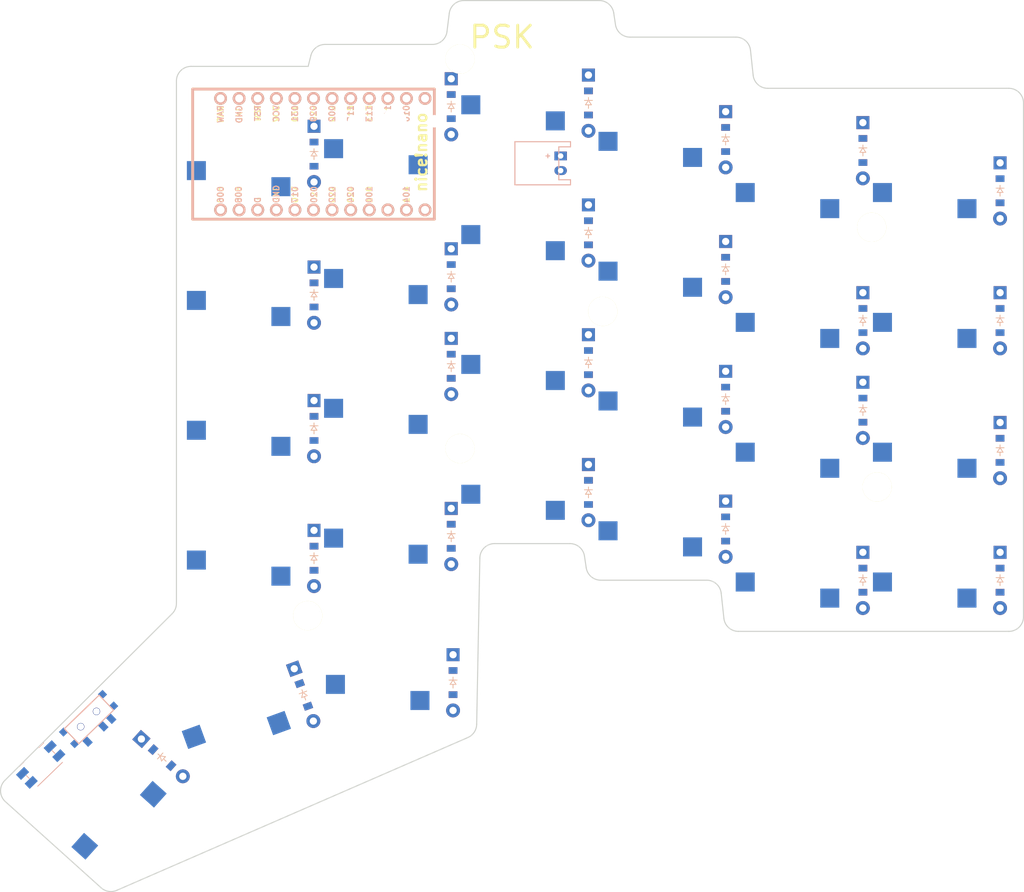
<source format=kicad_pcb>
(kicad_pcb (version 20240108) (generator "pcbnew") (generator_version "8.0")
  (title_block (title "right") (rev "v1.0.0") (company "Unknown"))
  (layers (0 "F.Cu" signal) (31 "B.Cu" signal) (34 "B.Paste" user) (35 "F.Paste" user) (36 "B.SilkS" user "B.Silkscreen") (37 "F.SilkS" user "F.Silkscreen") (38 "B.Mask" user) (39 "F.Mask" user) (44 "Edge.Cuts" user))
  (net 0 "")
  (net 1 "P020")
  (net 2 "mirror_first_mod")
  (net 3 "mirror_first_bottom")
  (net 4 "mirror_first_home")
  (net 5 "mirror_first_top")
  (net 6 "P022")
  (net 7 "mirror_second_mod")
  (net 8 "mirror_second_bottom")
  (net 9 "mirror_second_home")
  (net 10 "mirror_second_top")
  (net 11 "P024")
  (net 12 "mirror_third_mod")
  (net 13 "mirror_third_bottom")
  (net 14 "mirror_third_home")
  (net 15 "mirror_third_top")
  (net 16 "P100")
  (net 17 "mirror_fourth_mod")
  (net 18 "mirror_fourth_bottom")
  (net 19 "mirror_fourth_home")
  (net 20 "mirror_fourth_top")
  (net 21 "P011")
  (net 22 "mirror_fifth_mod")
  (net 23 "mirror_fifth_bottom")
  (net 24 "mirror_fifth_home")
  (net 25 "mirror_fifth_top")
  (net 26 "P017")
  (net 27 "mirror_sixth_mod")
  (net 28 "mirror_sixth_bottom")
  (net 29 "mirror_sixth_home")
  (net 30 "mirror_sixth_top")
  (net 31 "P010")
  (net 32 "mirror_near_thumb")
  (net 33 "P111")
  (net 34 "mirror_home_thumb")
  (net 35 "P009")
  (net 36 "mirror_far_thumb")
  (net 37 "P113")
  (net 38 "P115")
  (net 39 "P002")
  (net 40 "P029")
  (net 41 "RAW")
  (net 42 "GND")
  (net 43 "RST")
  (net 44 "VCC")
  (net 45 "P031")
  (net 46 "P006")
  (net 47 "P008")
  (net 48 "P104")
  (net 49 "P106")
  (net 50 "pos")
  (footprint "E73:SPDT_C128955" (layer "F.Cu") (at 270.743478 172.48592 44)
    (property "Reference" "T1" (hide yes))
    (property "Value" "" (hide yes))
    (pad "" smd rect (at -3.7 -1.1 44) (size 0.9 0.9) (layers "B.Cu" "B.Paste" "B.Mask"))
    (pad "" smd rect (at -3.7 1.1 44) (size 0.9 0.9) (layers "B.Cu" "B.Paste" "B.Mask"))
    (pad "" np_thru_hole circle (at -1.500001 0) (size 1 1) (drill 0.9) (layers "*.Cu" "*.Mask"))
    (pad "" np_thru_hole circle (at 1.500001 0) (size 1 1) (drill 0.9) (layers "*.Cu" "*.Mask"))
    (pad "" smd rect (at 3.7 -1.1 44) (size 0.9 0.9) (layers "B.Cu" "B.Paste" "B.Mask"))
    (pad "" smd rect (at 3.7 1.1 44) (size 0.9 0.9) (layers "B.Cu" "B.Paste" "B.Mask"))
    (pad "1" smd rect (at -2.249999 2.075 44) (size 0.9 1.25) (layers "B.Cu" "B.Paste" "B.Mask") (net 50 "pos"))
    (pad "2" smd rect (at 0.75 2.075 44) (size 0.9 1.25) (layers "B.Cu" "B.Paste" "B.Mask") (net 41 "RAW"))
    (pad "3" smd rect (at 2.25 2.075 44) (size 0.9 1.25) (layers "B.Cu" "B.Paste" "B.Mask"))
  )
  (footprint "ComboDiode" (layer "F.Cu") (at 301.55 132.75 -90)
    (property "Reference" "D17" (hide yes))
    (property "Value" "" (hide yes))
    (pad "1" thru_hole rect (at -3.81 0 270) (size 1.778 1.778) (drill 0.9906) (layers "*.Cu" "*.Mask") (net 38 "P115"))
    (pad "1" smd rect (at -1.65 0 270) (size 0.9 1.2) (layers "F.Cu" "F.Paste" "F.Mask") (net 38 "P115"))
    (pad "1" smd rect (at -1.65 0 270) (size 0.9 1.2) (layers "B.Cu" "B.Paste" "B.Mask") (net 38 "P115"))
    (pad "2" smd rect (at 1.65 0 270) (size 0.9 1.2) (layers "F.Cu" "F.Paste" "F.Mask") (net 28 "mirror_sixth_bottom"))
    (pad "2" smd rect (at 1.65 0 270) (size 0.9 1.2) (layers "B.Cu" "B.Paste" "B.Mask") (net 28 "mirror_sixth_bottom"))
    (pad "2" thru_hole circle (at 3.81 0 270) (size 1.905 1.905) (drill 0.9906) (layers "*.Cu" "*.Mask") (net 28 "mirror_sixth_bottom"))
  )
  (footprint "ComboDiode" (layer "F.Cu") (at 376.55 130.25 -90)
    (property "Reference" "D21" (hide yes))
    (property "Value" "" (hide yes))
    (pad "1" thru_hole rect (at -3.81 0 270) (size 1.778 1.778) (drill 0.9906) (layers "*.Cu" "*.Mask") (net 38 "P115"))
    (pad "1" smd rect (at -1.65 0 270) (size 0.9 1.2) (layers "F.Cu" "F.Paste" "F.Mask") (net 38 "P115"))
    (pad "1" smd rect (at -1.65 0 270) (size 0.9 1.2) (layers "B.Cu" "B.Paste" "B.Mask") (net 38 "P115"))
    (pad "2" smd rect (at 1.65 0 270) (size 0.9 1.2) (layers "F.Cu" "F.Paste" "F.Mask") (net 8 "mirror_second_bottom"))
    (pad "2" smd rect (at 1.65 0 270) (size 0.9 1.2) (layers "B.Cu" "B.Paste" "B.Mask") (net 8 "mirror_second_bottom"))
    (pad "2" thru_hole circle (at 3.81 0 270) (size 1.905 1.905) (drill 0.9906) (layers "*.Cu" "*.Mask") (net 8 "mirror_second_bottom"))
  )
  (footprint "ComboDiode" (layer "F.Cu") (at 339.05 123.75 -90)
    (property "Reference" "D12" (hide yes))
    (property "Value" "" (hide yes))
    (pad "1" thru_hole rect (at -3.81 0 270) (size 1.778 1.778) (drill 0.9906) (layers "*.Cu" "*.Mask") (net 38 "P115"))
    (pad "1" smd rect (at -1.65 0 270) (size 0.9 1.2) (layers "F.Cu" "F.Paste" "F.Mask") (net 38 "P115"))
    (pad "1" smd rect (at -1.65 0 270) (size 0.9 1.2) (layers "B.Cu" "B.Paste" "B.Mask") (net 38 "P115"))
    (pad "2" smd rect (at 1.65 0 270) (size 0.9 1.2) (layers "F.Cu" "F.Paste" "F.Mask") (net 18 "mirror_fourth_bottom"))
    (pad "2" smd rect (at 1.65 0 270) (size 0.9 1.2) (layers "B.Cu" "B.Paste" "B.Mask") (net 18 "mirror_fourth_bottom"))
    (pad "2" thru_hole circle (at 3.81 0 270) (size 1.905 1.905) (drill 0.9906) (layers "*.Cu" "*.Mask") (net 18 "mirror_fourth_bottom"))
  )
  (footprint "PG1350" (layer "F.Cu") (at 312.75 164 180)
    (property "Reference" "S25" (hide yes))
    (property "Value" "" (hide yes))
    (pad "" np_thru_hole circle (at -5.5 0) (size 1.7018 1.7018) (drill 1.7018) (layers "*.Cu" "*.Mask"))
    (pad "" np_thru_hole circle (at 0 -5.95) (size 3 3) (drill 3) (layers "*.Cu" "*.Mask"))
    (pad "" np_thru_hole circle (at 0 0) (size 3.429 3.429) (drill 3.429) (layers "*.Cu" "*.Mask"))
    (pad "" np_thru_hole circle (at 5 -3.75) (size 3 3) (drill 3) (layers "*.Cu" "*.Mask"))
    (pad "" np_thru_hole circle (at 5.5 0) (size 1.7018 1.7018) (drill 1.7018) (layers "*.Cu" "*.Mask"))
    (pad "1" smd rect (at -3.275 -5.95 180) (size 2.6 2.6) (layers "B.Cu" "B.Paste" "B.Mask") (net 31 "P010"))
    (pad "2" smd rect (at 8.275 -3.75 180) (size 2.6 2.6) (layers "B.Cu" "B.Paste" "B.Mask") (net 32 "mirror_near_thumb"))
  )
  (footprint "PG1350" (layer "F.Cu") (at 331.25 138 180)
    (property "Reference" "S13" (hide yes))
    (property "Value" "" (hide yes))
    (pad "" np_thru_hole circle (at -5.5 0) (size 1.7018 1.7018) (drill 1.7018) (layers "*.Cu" "*.Mask"))
    (pad "" np_thru_hole circle (at 0 -5.95) (size 3 3) (drill 3) (layers "*.Cu" "*.Mask"))
    (pad "" np_thru_hole circle (at 0 0) (size 3.429 3.429) (drill 3.429) (layers "*.Cu" "*.Mask"))
    (pad "" np_thru_hole circle (at 5 -3.75) (size 3 3) (drill 3) (layers "*.Cu" "*.Mask"))
    (pad "" np_thru_hole circle (at 5.5 0) (size 1.7018 1.7018) (drill 1.7018) (layers "*.Cu" "*.Mask"))
    (pad "1" smd rect (at -3.275 -5.95 180) (size 2.6 2.6) (layers "B.Cu" "B.Paste" "B.Mask") (net 16 "P100"))
    (pad "2" smd rect (at 8.275 -3.75 180) (size 2.6 2.6) (layers "B.Cu" "B.Paste" "B.Mask") (net 17 "mirror_fourth_mod"))
  )
  (footprint "PG1350" (layer "F.Cu") (at 331.25 102.5 180)
    (property "Reference" "S15" (hide yes))
    (property "Value" "" (hide yes))
    (pad "" np_thru_hole circle (at -5.5 0) (size 1.7018 1.7018) (drill 1.7018) (layers "*.Cu" "*.Mask"))
    (pad "" np_thru_hole circle (at 0 -5.95) (size 3 3) (drill 3) (layers "*.Cu" "*.Mask"))
    (pad "" np_thru_hole circle (at 0 0) (size 3.429 3.429) (drill 3.429) (layers "*.Cu" "*.Mask"))
    (pad "" np_thru_hole circle (at 5 -3.75) (size 3 3) (drill 3) (layers "*.Cu" "*.Mask"))
    (pad "" np_thru_hole circle (at 5.5 0) (size 1.7018 1.7018) (drill 1.7018) (layers "*.Cu" "*.Mask"))
    (pad "1" smd rect (at -3.275 -5.95 180) (size 2.6 2.6) (layers "B.Cu" "B.Paste" "B.Mask") (net 16 "P100"))
    (pad "2" smd rect (at 8.275 -3.75 180) (size 2.6 2.6) (layers "B.Cu" "B.Paste" "B.Mask") (net 19 "mirror_fourth_home"))
  )
  (footprint "ComboDiode" (layer "F.Cu") (at 339.05 141.5 -90)
    (property "Reference" "D11" (hide yes))
    (property "Value" "" (hide yes))
    (pad "1" thru_hole rect (at -3.81 0 270) (size 1.778 1.778) (drill 0.9906) (layers "*.Cu" "*.Mask") (net 37 "P113"))
    (pad "1" smd rect (at -1.65 0 270) (size 0.9 1.2) (layers "F.Cu" "F.Paste" "F.Mask") (net 37 "P113"))
    (pad "1" smd rect (at -1.65 0 270) (size 0.9 1.2) (layers "B.Cu" "B.Paste" "B.Mask") (net 37 "P113"))
    (pad "2" smd rect (at 1.65 0 270) (size 0.9 1.2) (layers "F.Cu" "F.Paste" "F.Mask") (net 17 "mirror_fourth_mod"))
    (pad "2" smd rect (at 1.65 0 270) (size 0.9 1.2) (layers "B.Cu" "B.Paste" "B.Mask") (net 17 "mirror_fourth_mod"))
    (pad "2" thru_hole circle (at 3.81 0 270) (size 1.905 1.905) (drill 0.9906) (layers "*.Cu" "*.Mask") (net 17 "mirror_fourth_mod"))
  )
  (footprint "PG1350" (layer "F.Cu") (at 387.5 114.5 180)
    (property "Reference" "S3" (hide yes))
    (property "Value" "" (hide yes))
    (pad "" np_thru_hole circle (at -5.5 0) (size 1.7018 1.7018) (drill 1.7018) (layers "*.Cu" "*.Mask"))
    (pad "" np_thru_hole circle (at 0 -5.95) (size 3 3) (drill 3) (layers "*.Cu" "*.Mask"))
    (pad "" np_thru_hole circle (at 0 0) (size 3.429 3.429) (drill 3.429) (layers "*.Cu" "*.Mask"))
    (pad "" np_thru_hole circle (at 5 -3.75) (size 3 3) (drill 3) (layers "*.Cu" "*.Mask"))
    (pad "" np_thru_hole circle (at 5.5 0) (size 1.7018 1.7018) (drill 1.7018) (layers "*.Cu" "*.Mask"))
    (pad "1" smd rect (at -3.275 -5.95 180) (size 2.6 2.6) (layers "B.Cu" "B.Paste" "B.Mask") (net 1 "P020"))
    (pad "2" smd rect (at 8.275 -3.75 180) (size 2.6 2.6) (layers "B.Cu" "B.Paste" "B.Mask") (net 4 "mirror_first_home"))
  )
  (footprint "PG1350" (layer "F.Cu") (at 368.75 150 180)
    (property "Reference" "S5" (hide yes))
    (property "Value" "" (hide yes))
    (pad "" np_thru_hole circle (at -5.5 0) (size 1.7018 1.7018) (drill 1.7018) (layers "*.Cu" "*.Mask"))
    (pad "" np_thru_hole circle (at 0 -5.95) (size 3 3) (drill 3) (layers "*.Cu" "*.Mask"))
    (pad "" np_thru_hole circle (at 0 0) (size 3.429 3.429) (drill 3.429) (layers "*.Cu" "*.Mask"))
    (pad "" np_thru_hole circle (at 5 -3.75) (size 3 3) (drill 3) (layers "*.Cu" "*.Mask"))
    (pad "" np_thru_hole circle (at 5.5 0) (size 1.7018 1.7018) (drill 1.7018) (layers "*.Cu" "*.Mask"))
    (pad "1" smd rect (at -3.275 -5.95 180) (size 2.6 2.6) (layers "B.Cu" "B.Paste" "B.Mask") (net 6 "P022"))
    (pad "2" smd rect (at 8.275 -3.75 180) (size 2.6 2.6) (layers "B.Cu" "B.Paste" "B.Mask") (net 7 "mirror_second_mod"))
  )
  (footprint "PG1350" (layer "F.Cu") (at 331.25 120.25 180)
    (property "Reference" "S14" (hide yes))
    (property "Value" "" (hide yes))
    (pad "" np_thru_hole circle (at -5.5 0) (size 1.7018 1.7018) (drill 1.7018) (layers "*.Cu" "*.Mask"))
    (pad "" np_thru_hole circle (at 0 -5.95) (size 3 3) (drill 3) (layers "*.Cu" "*.Mask"))
    (pad "" np_thru_hole circle (at 0 0) (size 3.429 3.429) (drill 3.429) (layers "*.Cu" "*.Mask"))
    (pad "" np_thru_hole circle (at 5 -3.75) (size 3 3) (drill 3) (layers "*.Cu" "*.Mask"))
    (pad "" np_thru_hole circle (at 5.5 0) (size 1.7018 1.7018) (drill 1.7018) (layers "*.Cu" "*.Mask"))
    (pad "1" smd rect (at -3.275 -5.95 180) (size 2.6 2.6) (layers "B.Cu" "B.Paste" "B.Mask") (net 16 "P100"))
    (pad "2" smd rect (at 8.275 -3.75 180) (size 2.6 2.6) (layers "B.Cu" "B.Paste" "B.Mask") (net 18 "mirror_fourth_bottom"))
  )
  (footprint "ComboDiode" (layer "F.Cu") (at 357.8 111 -90)
    (property "Reference" "D9" (hide yes))
    (property "Value" "" (hide yes))
    (pad "1" thru_hole rect (at -3.81 0 270) (size 1.778 1.778) (drill 0.9906) (layers "*.Cu" "*.Mask") (net 39 "P002"))
    (pad "1" smd rect (at -1.65 0 270) (size 0.9 1.2) (layers "F.Cu" "F.Paste" "F.Mask") (net 39 "P002"))
    (pad "1" smd rect (at -1.65 0 270) (size 0.9 1.2) (layers "B.Cu" "B.Paste" "B.Mask") (net 39 "P002"))
    (pad "2" smd rect (at 1.65 0 270) (size 0.9 1.2) (layers "F.Cu" "F.Paste" "F.Mask") (net 14 "mirror_third_home"))
    (pad "2" smd rect (at 1.65 0 270) (size 0.9 1.2) (layers "B.Cu" "B.Paste" "B.Mask") (net 14 "mirror_third_home"))
    (pad "2" thru_hole circle (at 3.81 0 270) (size 1.905 1.905) (drill 0.9906) (layers "*.Cu" "*.Mask") (net 14 "mirror_third_home"))
  )
  (footprint "HOLE_M2_TH" (layer "F.Cu") (at 321.5 82.25)
    (property "Reference" "" (at 0 0 0) (layer "F.SilkS") (effects (font (size 1.27 1.27))))
    (property "Value" "")
    (pad "" np_thru_hole circle (at 0 0 90) (size 4 4) (drill 4) (layers "*.Cu" "*.Mask" "F.SilkS") (clearance 0.3))
  )
  (footprint "PG1350" (layer "F.Cu") (at 291.63043 168.561503 -160)
    (property "Reference" "S26" (hide yes))
    (property "Value" "" (hide yes))
    (pad "" np_thru_hole circle (at -5.5 0) (size 1.7018 1.7018) (drill 1.7018) (layers "*.Cu" "*.Mask"))
    (pad "" np_thru_hole circle (at 0 -5.95) (size 3 3) (drill 3) (layers "*.Cu" "*.Mask"))
    (pad "" np_thru_hole circle (at 0 0) (size 3.429 3.429) (drill 3.429) (layers "*.Cu" "*.Mask"))
    (pad "" np_thru_hole circle (at 5 -3.75) (size 3 3) (drill 3) (layers "*.Cu" "*.Mask"))
    (pad "" np_thru_hole circle (at 5.5 0) (size 1.7018 1.7018) (drill 1.7018) (layers "*.Cu" "*.Mask"))
    (pad "1" smd rect (at -3.275 -5.95 200) (size 2.6 2.6) (layers "B.Cu" "B.Paste" "B.Mask") (net 33 "P111"))
    (pad "2" smd rect (at 8.275 -3.75 200) (size 2.6 2.6) (layers "B.Cu" "B.Paste" "B.Mask") (net 34 "mirror_home_thumb"))
  )
  (footprint "PG1350" (layer "F.Cu") (at 312.5 108.5 180)
    (property "Reference" "S19" (hide yes))
    (property "Value" "" (hide yes))
    (pad "" np_thru_hole circle (at -5.5 0) (size 1.7018 1.7018) (drill 1.7018) (layers "*.Cu" "*.Mask"))
    (pad "" np_thru_hole circle (at 0 -5.95) (size 3 3) (drill 3) (layers "*.Cu" "*.Mask"))
    (pad "" np_thru_hole circle (at 0 0) (size 3.429 3.429) (drill 3.429) (layers "*.Cu" "*.Mask"))
    (pad "" np_thru_hole circle (at 5 -3.75) (size 3 3) (drill 3) (layers "*.Cu" "*.Mask"))
    (pad "" np_thru_hole circle (at 5.5 0) (size 1.7018 1.7018) (drill 1.7018) (layers "*.Cu" "*.Mask"))
    (pad "1" smd rect (at -3.275 -5.95 180) (size 2.6 2.6) (layers "B.Cu" "B.Paste" "B.Mask") (net 21 "P011"))
    (pad "2" smd rect (at 8.275 -3.75 180) (size 2.6 2.6) (layers "B.Cu" "B.Paste" "B.Mask") (net 24 "mirror_fifth_home"))
  )
  (footprint "Panasonic_EVQPUL_EVQPUC" (layer "F.Cu") (at 264.201101 178.705832 44)
    (property "Reference" "B1" (hide yes))
    (property "Value" "Panasonic_EVQPUL_EVQPUC" (hide yes))
    (pad "" np_thru_hole circle (at 0 -1.375 44) (size 0.75 0.75) (drill 0.75) (layers "*.Cu" "*.Mask"))
    (pad "" np_thru_hole circle (at 0 1.375 44) (size 0.75 0.75) (drill 0.75) (layers "*.Cu" "*.Mask"))
    (pad "1" smd rect (at -2.625 -0.850001 44) (size 1.55 1) (layers "B.Cu" "B.Paste" "B.Mask") (net 42 "GND"))
    (pad "1" smd rect (at 2.625 -0.85 44) (size 1.55 1) (layers "B.Cu" "B.Paste" "B.Mask") (net 42 "GND"))
    (pad "2" smd rect (at -2.625 0.85 44) (size 1.55 1) (layers "B.Cu" "B.Paste" "B.Mask") (net 43 "RST"))
    (pad "2" smd rect (at 2.625 0.850001 44) (size 1.55 1) (layers "B.Cu" "B.Paste" "B.Mask") (net 43 "RST"))
  )
  (footprint "PG1350" (layer "F.Cu") (at 368.75 132.25 180)
    (property "Reference" "S6" (hide yes))
    (property "Value" "" (hide yes))
    (pad "" np_thru_hole circle (at -5.5 0) (size 1.7018 1.7018) (drill 1.7018) (layers "*.Cu" "*.Mask"))
    (pad "" np_thru_hole circle (at 0 -5.95) (size 3 3) (drill 3) (layers "*.Cu" "*.Mask"))
    (pad "" np_thru_hole circle (at 0 0) (size 3.429 3.429) (drill 3.429) (layers "*.Cu" "*.Mask"))
    (pad "" np_thru_hole circle (at 5 -3.75) (size 3 3) (drill 3) (layers "*.Cu" "*.Mask"))
    (pad "" np_thru_hole circle (at 5.5 0) (size 1.7018 1.7018) (drill 1.7018) (layers "*.Cu" "*.Mask"))
    (pad "1" smd rect (at -3.275 -5.95 180) (size 2.6 2.6) (layers "B.Cu" "B.Paste" "B.Mask") (net 6 "P022"))
    (pad "2" smd rect (at 8.275 -3.75 180) (size 2.6 2.6) (layers "B.Cu" "B.Paste" "B.Mask") (net 8 "mirror_second_bottom"))
  )
  (footprint "PG1350" (layer "F.Cu") (at 387.5 132.25 180)
    (property "Reference" "S2" (hide yes))
    (property "Value" "" (hide yes))
    (pad "" np_thru_hole circle (at -5.5 0) (size 1.7018 1.7018) (drill 1.7018) (layers "*.Cu" "*.Mask"))
    (pad "" np_thru_hole circle (at 0 -5.95) (size 3 3) (drill 3) (layers "*.Cu" "*.Mask"))
    (pad "" np_thru_hole circle (at 0 0) (size 3.429 3.429) (drill 3.429) (layers "*.Cu" "*.Mask"))
    (pad "" np_thru_hole circle (at 5 -3.75) (size 3 3) (drill 3) (layers "*.Cu" "*.Mask"))
    (pad "" np_thru_hole circle (at 5.5 0) (size 1.7018 1.7018) (drill 1.7018) (layers "*.Cu" "*.Mask"))
    (pad "1" smd rect (at -3.275 -5.95 180) (size 2.6 2.6) (layers "B.Cu" "B.Paste" "B.Mask") (net 1 "P020"))
    (pad "2" smd rect (at 8.275 -3.75 180) (size 2.6 2.6) (layers "B.Cu" "B.Paste" "B.Mask") (net 3 "mirror_first_bottom"))
  )
  (footprint "PG1350" (layer "F.Cu") (at 368.75 114.5 180)
    (property "Reference" "S7" (hide yes))
    (property "Value" "" (hide yes))
    (pad "" np_thru_hole circle (at -5.5 0) (size 1.7018 1.7018) (drill 1.7018) (layers "*.Cu" "*.Mask"))
    (pad "" np_thru_hole circle (at 0 -5.95) (size 3 3) (drill 3) (layers "*.Cu" "*.Mask"))
    (pad "" np_thru_hole circle (at 0 0) (size 3.429 3.429) (drill 3.429) (layers "*.Cu" "*.Mask"))
    (pad "" np_thru_hole circle (at 5 -3.75) (size 3 3) (drill 3) (layers "*.Cu" "*.Mask"))
    (pad "" np_thru_hole circle (at 5.5 0) (size 1.7018 1.7018) (drill 1.7018) (layers "*.Cu" "*.Mask"))
    (pad "1" smd rect (at -3.275 -5.95 180) (size 2.6 2.6) (layers "B.Cu" "B.Paste" "B.Mask") (net 6 "P022"))
    (pad "2" smd rect (at 8.275 -3.75 180) (size 2.6 2.6) (layers "B.Cu" "B.Paste" "B.Mask") (net 9 "mirror_second_home"))
  )
  (footprint "PG1350" (layer "F.Cu") (at 312.5 144 180)
    (property "Reference" "S17" (hide yes))
    (property "Value" "" (hide yes))
    (pad "" np_thru_hole circle (at -5.5 0) (size 1.7018 1.7018) (drill 1.7018) (layers "*.Cu" "*.Mask"))
    (pad "" np_thru_hole circle (at 0 -5.95) (size 3 3) (drill 3) (layers "*.Cu" "*.Mask"))
    (pad "" np_thru_hole circle (at 0 0) (size 3.429 3.429) (drill 3.429) (layers "*.Cu" "*.Mask"))
    (pad "" np_thru_hole circle (at 5 -3.75) (size 3 3) (drill 3) (layers "*.Cu" "*.Mask"))
    (pad "" np_thru_hole circle (at 5.5 0) (size 1.7018 1.7018) (drill 1.7018) (layers "*.Cu" "*.Mask"))
    (pad "1" smd rect (at -3.275 -5.95 180) (size 2.6 2.6) (layers "B.Cu" "B.Paste" "B.Mask") (net 21 "P011"))
    (pad "2" smd rect (at 8.275 -3.75 180) (size 2.6 2.6) (layers "B.Cu" "B.Paste" "B.Mask") (net 22 "mirror_fifth_mod"))
  )
  (footprint "ComboDiode" (layer "F.Cu") (at 357.8 146.5 -90)
    (property "Reference" "D7" (hide yes))
    (property "Value" "" (hide yes))
    (pad "1" thru_hole rect (at -3.81 0 270) (size 1.778 1.778) (drill 0.9906) (layers "*.Cu" "*.Mask") (net 37 "P113"))
    (pad "1" smd rect (at -1.65 0 270) (size 0.9 1.2) (layers "F.Cu" "F.Paste" "F.Mask") (net 37 "P113"))
    (pad "1" smd rect (at -1.65 0 270) (size 0.9 1.2) (layers "B.Cu" "B.Paste" "B.Mask") (net 37 "P113"))
    (pad "2" smd rect (at 1.65 0 270) (size 0.9 1.2) (layers "F.Cu" "F.Paste" "F.Mask") (net 12 "mirror_third_mod"))
    (pad "2" smd rect (at 1.65 0 270) (size 0.9 1.2) (layers "B.Cu" "B.Paste" "B.Mask") (net 12 "mirror_third_mod"))
    (pad "2" thru_hole circle (at 3.81 0 270) (size 1.905 1.905) (drill 0.9906) (layers "*.Cu" "*.Mask") (net 12 "mirror_third_mod"))
  )
  (footprint "PG1350" (layer "F.Cu") (at 350 107.5 180)
    (property "Reference" "S11" (hide yes))
    (property "Value" "" (hide yes))
    (pad "" np_thru_hole circle (at -5.5 0) (size 1.7018 1.7018) (drill 1.7018) (layers "*.Cu" "*.Mask"))
    (pad "" np_thru_hole circle (at 0 -5.95) (size 3 3) (drill 3) (layers "*.Cu" "*.Mask"))
    (pad "" np_thru_hole circle (at 0 0) (size 3.429 3.429) (drill 3.429) (layers "*.Cu" "*.Mask"))
    (pad "" np_thru_hole circle (at 5 -3.75) (size 3 3) (drill 3) (layers "*.Cu" "*.Mask"))
    (pad "" np_thru_hole circle (at 5.5 0) (size 1.7018 1.7018) (drill 1.7018) (layers "*.Cu" "*.Mask"))
    (pad "1" smd rect (at -3.275 -5.95 180) (size 2.6 2.6) (layers "B.Cu" "B.Paste" "B.Mask") (net 11 "P024"))
    (pad "2" smd rect (at 8.275 -3.75 180) (size 2.6 2.6) (layers "B.Cu" "B.Paste" "B.Mask") (net 14 "mirror_third_home"))
  )
  (footprint "ComboDiode" (layer "F.Cu") (at 320.3 88.75 -90)
    (property "Reference" "D24" (hide yes))
    (property "Value" "" (hide yes))
    (pad "1" thru_hole rect (at -3.81 0 270) (size 1.778 1.778) (drill 0.9906) (layers "*.Cu" "*.Mask") (net 40 "P029"))
    (pad "1" smd rect (at -1.65 0 270) (size 0.9 1.2) (layers "F.Cu" "F.Paste" "F.Mask") (net 40 "P029"))
    (pad "1" smd rect (at -1.65 0 270) (size 0.9 1.2) (layers "B.Cu" "B.Paste" "B.Mask") (net 40 "P029"))
    (pad "2" smd rect (at 1.65 0 270) (size 0.9 1.2) (layers "F.Cu" "F.Paste" "F.Mask") (net 25 "mirror_fifth_top"))
    (pad "2" smd rect (at 1.65 0 270) (size 0.9 1.2) (layers "B.Cu" "B.Paste" "B.Mask") (net 25 "mirror_fifth_top"))
    (pad "2" thru_hole circle (at 3.81 0 270) (size 1.905 1.905) (drill 0.9906) (layers "*.Cu" "*.Mask") (net 25 "mirror_fifth_top"))
  )
  (footprint "ComboDiode" (layer "F.Cu") (at 357.8 128.75 -90)
    (property "Reference" "D8" (hide yes))
    (property "Value" "" (hide yes))
    (pad "1" thru_hole rect (at -3.81 0 270) (size 1.778 1.778) (drill 0.9906) (layers "*.Cu" "*.Mask") (net 38 "P115"))
    (pad "1" smd rect (at -1.65 0 270) (size 0.9 1.2) (layers "F.Cu" "F.Paste" "F.Mask") (net 38 "P115"))
    (pad "1" smd rect (at -1.65 0 270) (size 0.9 1.2) (layers "B.Cu" "B.Paste" "B.Mask") (net 38 "P115"))
    (pad "2" smd rect (at 1.65 0 270) (size 0.9 1.2) (layers "F.Cu" "F.Paste" "F.Mask") (net 13 "mirror_third_bottom"))
    (pad "2" smd rect (at 1.65 0 270) (size 0.9 1.2) (layers "B.Cu" "B.Paste" "B.Mask") (net 13 "mirror_third_bottom"))
    (pad "2" thru_hole circle (at 3.81 0 270) (size 1.905 1.905) (drill 0.9906) (layers "*.Cu" "*.Mask") (net 13 "mirror_third_bottom"))
  )
  (footprint "PG1350" (layer "F.Cu") (at 387.5 96.75 180)
    (property "Reference" "S4" (hide yes))
    (property "Value" "" (hide yes))
    (pad "" np_thru_hole circle (at -5.5 0) (size 1.7018 1.7018) (drill 1.7018) (layers "*.Cu" "*.Mask"))
    (pad "" np_thru_hole circle (at 0 -5.95) (size 3 3) (drill 3) (layers "*.Cu" "*.Mask"))
    (pad "" np_thru_hole circle (at 0 0) (size 3.429 3.429) (drill 3.429) (layers "*.Cu" "*.Mask"))
    (pad "" np_thru_hole circle (at 5 -3.75) (size 3 3) (drill 3) (layers "*.Cu" "*.Mask"))
    (pad "" np_thru_hole circle (at 5.5 0) (size 1.7018 1.7018) (drill 1.7018) (layers "*.Cu" "*.Mask"))
    (pad "1" smd rect (at -3.275 -5.95 180) (size 2.6 2.6) (layers "B.Cu" "B.Paste" "B.Mask") (net 1 "P020"))
    (pad "2" smd rect (at 8.275 -3.75 180) (size 2.6 2.6) (layers "B.Cu" "B.Paste" "B.Mask") (net 5 "mirror_first_top"))
  )
  (footprint "ComboDiode" (layer "F.Cu") (at 320.55 167.5 -90)
    (property "Reference" "D18" (hide yes))
    (property "Value" "" (hide yes))
    (pad "1" thru_hole rect (at -3.81 0 270) (size 1.778 1.778) (drill 0.9906) (layers "*.Cu" "*.Mask"))
    (pad "1" smd rect (at -1.65 0 270) (size 0.9 1.2) (layers "F.Cu" "F.Paste" "F.Mask"))
    (pad "1" smd rect (at -1.65 0 270) (size 0.9 1.2) (layers "B.Cu" "B.Paste" "B.Mask"))
    (pad "2" smd rect (at 1.65 0 270) (size 0.9 1.2) (layers "F.Cu" "F.Paste" "F.Mask") (net 32 "mirror_near_thumb"))
    (pad "2" smd rect (at 1.65 0 270) (size 0.9 1.2) (layers "B.Cu" "B.Paste" "B.Mask") (net 32 "mirror_near_thumb"))
    (pad "2" thru_hole circle (at 3.81 0 270) (size 1.905 1.905) (drill 0.9906) (layers "*.Cu" "*.Mask") (net 32 "mirror_near_thumb"))
  )
  (footprint "HOLE_M2_TH" (layer "F.Cu") (at 341 116.75)
    (property "Reference" "" (at 0 0 0) (layer "F.SilkS") (effects (font (size 1.27 1.27))))
    (property "Value" "")
    (pad "" np_thru_hole circle (at 0 0 90) (size 4 4) (drill 4) (layers "*.Cu" "*.Mask" "F.SilkS") (clearance 0.3))
  )
  (footprint "ComboDiode" (layer "F.Cu") (at 320.3 147.5 -90)
    (property "Reference" "D14" (hide yes))
    (property "Value" "" (hide yes))
    (pad "1" thru_hole rect (at -3.81 0 270) (size 1.778 1.778) (drill 0.9906) (layers "*.Cu" "*.Mask") (net 37 "P113"))
    (pad "1" smd rect (at -1.65 0 270) (size 0.9 1.2) (layers "F.Cu" "F.Paste" "F.Mask") (net 37 "P113"))
    (pad "1" smd rect (at -1.65 0 270) (size 0.9 1.2) (layers "B.Cu" "B.Paste" "B.Mask") (net 37 "P113"))
    (pad "2" smd rect (at 1.65 0 270) (size 0.9 1.2) (layers "F.Cu" "F.Paste" "F.Mask") (net 22 "mirror_fifth_mod"))
    (pad "2" smd rect (at 1.65 0 270) (size 0.9 1.2) (layers "B.Cu" "B.Paste" "B.Mask") (net 22 "mirror_fifth_mod"))
    (pad "2" thru_hole circle (at 3.81 0 270) (size 1.905 1.905) (drill 0.9906) (layers "*.Cu" "*.Mask") (net 22 "mirror_fifth_mod"))
  )
  (footprint "ComboDiode" (layer "F.Cu") (at 280.791636 177.765551 -42)
    (property "Reference" "D20" (hide yes))
    (property "Value" "" (hide yes))
    (pad "1" thru_hole rect (at -3.81 0 318) (size 1.778 1.778) (drill 0.9906) (layers "*.Cu" "*.Mask"))
    (pad "1" smd rect (at -1.65 0 318) (size 0.9 1.2) (layers "F.Cu" "F.Paste" "F.Mask"))
    (pad "1" smd rect (at -1.65 0 318) (size 0.9 1.2) (layers "B.Cu" "B.Paste" "B.Mask"))
    (pad "2" smd rect (at 1.65 0 318) (size 0.9 1.2) (layers "F.Cu" "F.Paste" "F.Mask") (net 36 "mirror_far_thumb"))
    (pad "2" smd rect (at 1.65 0 318) (size 0.9 1.2) (layers "B.Cu" "B.Paste" "B.Mask") (net 36 "mirror_far_thumb"))
    (pad "2" thru_hole circle (at 3.81 0 318) (size 1.905 1.905) (drill 0.9906) (layers "*.Cu" "*.Mask") (net 36 "mirror_far_thumb"))
  )
  (footprint "ComboDiode" (layer "F.Cu") (at 395.3 135.75 -90)
    (property "Reference" "D2" (hide yes))
    (property "Value" "" (hide yes))
    (pad "1" thru_hole rect (at -3.81 0 270) (size 1.778 1.778) (drill 0.9906) (layers "*.Cu" "*.Mask") (net 38 "P115"))
    (pad "1" smd rect (at -1.65 0 270) (size 0.9 1.2) (layers "F.Cu" "F.Paste" "F.Mask") (net 38 "P115"))
    (pad "1" smd rect (at -1.65 0 270) (size 0.9 1.2) (layers "B.Cu" "B.Paste" "B.Mask") (net 38 "P115"))
    (pad "2" smd rect (at 1.65 0 270) (size 0.9 1.2) (layers "F.Cu" "F.Paste" "F.Mask") (net 3 "mirror_first_bottom"))
    (pad "2" smd rect (at 1.65 0 270) (size 0.9 1.2) (layers "B.Cu" "B.Paste" "B.Mask") (net 3 "mirror_first_bottom"))
    (pad "2" thru_hole circle (at 3.81 0 270) (size 1.905 1.905) (drill 0.9906) (layers "*.Cu" "*.Mask") (net 3 "mirror_first_bottom"))
  )
  (footprint "HOLE_M2_TH" (layer "F.Cu") (at 377.75 105.25)
    (property "Reference" "" (at 0 0 0) (layer "F.SilkS") (effects (font (size 1.27 1.27))))
    (property "Value" "")
    (pad "" np_thru_hole circle (at 0 0 90) (size 4 4) (drill 4) (layers "*.Cu" "*.Mask" "F.SilkS") (clearance 0.3))
  )
  (footprint "HOLE_M2_TH" (layer "F.Cu") (at 321.5 135.5)
    (property "Reference" "" (at 0 0 0) (layer "F.SilkS") (effects (font (size 1.27 1.27))))
    (property "Value" "")
    (pad "" np_thru_hole circle (at 0 0 90) (size 4 4) (drill 4) (layers "*.Cu" "*.Mask" "F.SilkS") (clearance 0.3))
  )
  (footprint "ComboDiode" (layer "F.Cu") (at 301.55 95.25 -90)
    (property "Reference" "D25" (hide yes))
    (property "Value" "" (hide yes))
    (pad "1" thru_hole rect (at -3.81 0 270) (size 1.778 1.778) (drill 0.9906) (layers "*.Cu" "*.Mask") (net 40 "P029"))
    (pad "1" smd rect (at -1.65 0 270) (size 0.9 1.2) (layers "F.Cu" "F.Paste" "F.Mask") (net 40 "P029"))
    (pad "1" smd rect (at -1.65 0 270) (size 0.9 1.2) (layers "B.Cu" "B.Paste" "B.Mask") (net 40 "P029"))
    (pad "2" smd rect (at 1.65 0 270) (size 0.9 1.2) (layers "F.Cu" "F.Paste" "F.Mask") (net 30 "mirror_sixth_top"))
    (pad "2" smd rect (at 1.65 0 270) (size 0.9 1.2) (layers "B.Cu" "B.Paste" "B.Mask") (net 30 "mirror_sixth_top"))
    (pad "2" thru_hole circle (at 3.81 0 270) (size 1.905 1.905) (drill 0.9906) (layers "*.Cu" "*.Mask") (net 30 "mirror_sixth_top"))
  )
  (footprint "PG1350" (layer "F.Cu") (at 293.75 111.5 180)
    (property "Reference" "S23" (hide yes))
    (property "Value" "" (hide yes))
    (pad "" np_thru_hole circle (at -5.5 0) (size 1.7018 1.7018) (drill 1.7018) (layers "*.Cu" "*.Mask"))
    (pad "" np_thru_hole circle (at 0 -5.95) (size 3 3) (drill 3) (layers "*.Cu" "*.Mask"))
    (pad "" np_thru_hole circle (at 0 0) (size 3.429 3.429) (drill 3.429) (layers "*.Cu" "*.Mask"))
    (pad "" np_thru_hole circle (at 5 -3.75) (size 3 3) (drill 3) (layers "*.Cu" "*.Mask"))
    (pad "" np_thru_hole circle (at 5.5 0) (size 1.7018 1.7018) (drill 1.7018) (layers "*.Cu" "*.Mask"))
    (pad "1" smd rect (at -3.275 -5.95 180) (size 2.6 2.6) (layers "B.Cu" "B.Paste" "B.Mask") (net 26 "P017"))
    (pad "2" smd rect (at 8.275 -3.75 180) (size 2.6 2.6) (layers "B.Cu" "B.Paste" "B.Mask") (net 29 "mirror_sixth_home"))
  )
  (footprint "ComboDiode" (layer "F.Cu") (at 339.05 88.25 -90)
    (property "Reference" "D13" (hide yes))
    (property "Value" "" (hide yes))
    (pad "1" thru_hole rect (at -3.81 0 270) (size 1.778 1.778) (drill 0.9906) (layers "*.Cu" "*.Mask") (net 40 "P029"))
    (pad "1" smd rect (at -1.65 0 270) (size 0.9 1.2) (layers "F.Cu" "F.Paste" "F.Mask") (net 40 "P029"))
    (pad "1" smd rect (at -1.65 0 270) (size 0.9 1.2) (layers "B.Cu" "B.Paste" "B.Mask") (net 40 "P029"))
    (pad "2" smd rect (at 1.65 0 270) (size 0.9 1.2) (layers "F.Cu" "F.Paste" "F.Mask") (net 20 "mirror_fourth_top"))
    (pad "2" smd rect (at 1.65 0 270) (size 0.9 1.2) (layers "B.Cu" "B.Paste" "B.Mask") (net 20 "mirror_fourth_top"))
    (pad "2" thru_hole circle (at 3.81 0 270) (size 1.905 1.905) (drill 0.9906) (layers "*.Cu" "*.Mask") (net 20 "mirror_fourth_top"))
  )
  (footprint "ComboDiode" (layer "F.Cu") (at 376.55 118 -90)
    (property "Reference" "D6" (hide yes))
    (property "Value" "" (hide yes))
    (pad "1" thru_hole rect (at -3.81 0 270) (size 1.778 1.778) (drill 0.9906) (layers "*.Cu" "*.Mask") (net 39 "P002"))
    (pad "1" smd rect (at -1.65 0 270) (size 0.9 1.2) (layers "F.Cu" "F.Paste" "F.Mask") (net 39 "P002"))
    (pad "1" smd rect (at -1.65 0 270) (size 0.9 1.2) (layers "B.Cu" "B.Paste" "B.Mask") (net 39 "P002"))
    (pad "2" smd rect (at 1.65 0 270) (size 0.9 1.2) (layers "F.Cu" "F.Paste" "F.Mask") (net 9 "mirror_second_home"))
    (pad "2" smd rect (at 1.65 0 270) (size 0.9 1.2) (layers "B.Cu" "B.Paste" "B.Mask") (net 9 "mirror_second_home"))
    (pad "2" thru_hole circle (at 3.81 0 270) (size 1.905 1.905) (drill 0.9906) (layers "*.Cu" "*.Mask") (net 9 "mirror_second_home"))
  )
  (footprint "ComboDiode" (layer "F.Cu") (at 376.55 153.5 -90)
    (property "Reference" "D5" (hide yes))
    (property "Value" "" (hide yes))
    (pad "1" thru_hole rect (at -3.81 0 270) (size 1.778 1.778) (drill 0.9906) (layers "*.Cu" "*.Mask") (net 37 "P113"))
    (pad "1" smd rect (at -1.65 0 270) (size 0.9 1.2) (layers "F.Cu" "F.Paste" "F.Mask") (net 37 "P113"))
    (pad "1" smd rect (at -1.65 0 270) (size 0.9 1.2) (layers "B.Cu" "B.Paste" "B.Mask") (net 37 "P113"))
    (pad "2" smd rect (at 1.65 0 270) (size 0.9 1.2) (layers "F.Cu" "F.Paste" "F.Mask") (net 7 "mirror_second_mod"))
    (pad "2" smd rect (at 1.65 0 270) (size 0.9 1.2) (layers "B.Cu" "B.Paste" "B.Mask") (net 7 "mirror_second_mod"))
    (pad "2" thru_hole circle (at 3.81 0 270) (size 1.905 1.905) (drill 0.9906) (layers "*.Cu" "*.Mask") (net 7 "mirror_second_mod"))
  )
  (footprint "PG1350" (layer "F.Cu") (at 312.5 90.75 180)
    (property "Reference" "S20" (hide yes))
    (property "Value" "" (hide yes))
    (pad "" np_thru_hole circle (at -5.5 0) (size 1.7018 1.7018) (drill 1.7018) (layers "*.Cu" "*.Mask"))
    (pad "" np_thru_hole circle (at 0 -5.95) (size 3 3) (drill 3) (layers "*.Cu" "*.Mask"))
    (pad "" np_thru_hole circle (at 0 0) (size 3.429 3.429) (drill 3.429) (layers "*.Cu" "*.Mask"))
    (pad "" np_thru_hole circle (at 5 -3.75) (size 3 3) (drill 3) (layers "*.Cu" "*.Mask"))
    (pad "" np_thru_hole circle (at 5.5 0) (size 1.7018 1.7018) (drill 1.7018) (layers "*.Cu" "*.Mask"))
    (pad "1" smd rect (at -3.275 -5.95 180) (size 2.6 2.6) (layers "B.Cu" "B.Paste" "B.Mask") (net 21 "P011"))
    (pad "2" smd rect (at 8.275 -3.75 180) (size 2.6 2.6) (layers "B.Cu" "B.Paste" "B.Mask") (net 25 "mirror_fifth_top"))
  )
  (footprint "ComboDiode" (layer "F.Cu") (at 357.8 93.25 -90)
    (property "Reference" "D10" (hide yes))
    (property "Value" "" (hide yes))
    (pad "1" thru_hole rect (at -3.81 0 270) (size 1.778 1.778) (drill 0.9906) (layers "*.Cu" "*.Mask") (net 40 "P029"))
    (pad "1" smd rect (at -1.65 0 270) (size 0.9 1.2) (layers "F.Cu" "F.Paste" "F.Mask") (net 40 "P029"))
    (pad "1" smd rect (at -1.65 0 270) (size 0.9 1.2) (layers "B.Cu" "B.Paste" "B.Mask") (net 40 "P029"))
    (pad "2" smd rect (at 1.65 0 270) (size 0.9 1.2) (layers "F.Cu" "F.Paste" "F.Mask") (net 15 "mirror_third_top"))
    (pad "2" smd rect (at 1.65 0 270) (size 0.9 1.2) (layers "B.Cu" "B.Paste" "B.Mask") (net 15 "mirror_third_top"))
    (pad "2" thru_hole circle (at 3.81 0 270) (size 1.905 1.905) (drill 0.9906) (layers "*.Cu" "*.Mask") (net 15 "mirror_third_top"))
  )
  (footprint "PG1350" (layer "F.Cu") (at 293.75 147 180)
    (property "Reference" "S21" (hide yes))
    (property "Value" "" (hide yes))
    (pad "" np_thru_hole circle (at -5.5 0) (size 1.7018 1.7018) (drill 1.7018) (layers "*.Cu" "*.Mask"))
    (pad "" np_thru_hole circle (at 0 -5.95) (size 3 3) (drill 3) (layers "*.Cu" "*.Mask"))
    (pad "" np_thru_hole circle (at 0 0) (size 3.429 3.429) (drill 3.429) (layers "*.Cu" "*.Mask"))
    (pad "" np_thru_hole circle (at 5 -3.75) (size 3 3) (drill 3) (layers "*.Cu" "*.Mask"))
    (pad "" np_thru_hole circle (at 5.5 0) (size 1.7018 1.7018) (drill 1.7018) (layers "*.Cu" "*.Mask"))
    (pad "1" smd rect (at -3.275 -5.95 180) (size 2.6 2.6) (layers "B.Cu" "B.Paste" "B.Mask") (net 26 "P017"))
    (pad "2" smd rect (at 8.275 -3.75 180) (size 2.6 2.6) (layers "B.Cu" "B.Paste" "B.Mask") (net 27 "mirror_sixth_mod"))
  )
  (footprint "HOLE_M2_TH" (layer "F.Cu") (at 300.683611 158.349259 20)
    (property "Reference" "" (at 0 0 20) (layer "F.SilkS") (effects (font (size 1.27 1.27))))
    (property "Value" "")
    (pad "" np_thru_hole circle (at 0 0 90) (size 4 4) (drill 4) (layers "*.Cu" "*.Mask" "F.SilkS") (clearance 0.3))
  )
  (footprint "ComboDiode" (layer "F.Cu") (at 376.55 94.75 -90)
    (property "Reference" "D22" (hide yes))
    (property "Value" "" (hide yes))
    (pad "1" thru_hole rect (at -3.81 0 270) (size 1.778 1.778) (drill 0.9906) (layers "*.Cu" "*.Mask") (net 40 "P029"))
    (pad "1" smd rect (at -1.65 0 270) (size 0.9 1.2) (layers "F.Cu" "F.Paste" "F.Mask") (net 40 "P029"))
    (pad "1" smd rect (at -1.65 0 270) (size 0.9 1.2) (layers "B.Cu" "B.Paste" "B.Mask") (net 40 "P029"))
    (pad "2" smd rect (at 1.65 0 270) (size 0.9 1.2) (layers "F.Cu" "F.Paste" "F.Mask") (net 10 "mirror_second_top"))
    (pad "2" smd rect (at 1.65 0 270) (size 0.9 1.2) (layers "B.Cu" "B.Paste" "B.Mask") (net 10 "mirror_second_top"))
    (pad "2" thru_hole circle (at 3.81 0 270) (size 1.905 1.905) (drill 0.9906) (layers "*.Cu" "*.Mask") (net 10 "mirror_second_top"))
  )
  (footprint "PG1350" (layer "F.Cu") (at 293.75 93.75 180)
    (property "Reference" "S24" (hide yes))
    (property "Value" "" (hide yes))
    (pad "" np_thru_hole circle (at -5.5 0) (size 1.7018 1.7018) (drill 1.7018) (layers "*.Cu" "*.Mask"))
    (pad "" np_thru_hole circle (at 0 -5.95) (size 3 3) (drill 3) (layers "*.Cu" "*.Mask"))
    (pad "" np_thru_hole circle (at 0 0) (size 3.429 3.429) (drill 3.429) (layers "*.Cu" "*.Mask"))
    (pad "" np_thru_hole circle (at 5 -3.75) (size 3 3) (drill 3) (layers "*.Cu" "*.Mask"))
    (pad "" np_thru_hole circle (at 5.5 0) (size 1.7018 1.7018) (drill 1.7018) (layers "*.Cu" "*.Mask"))
    (pad "1" smd rect (at -3.275 -5.95 180) (size 2.6 2.6) (layers "B.Cu" "B.Paste" "B.Mask") (net 26 "P017"))
    (pad "2" smd rect (at 8.275 -3.75 180) (size 2.6 2.6) (layers "B.Cu" "B.Paste" "B.Mask") (net 30 "mirror_sixth_top"))
  )
  (footprint "PG1350" (layer "F.Cu") (at 350 125.25 180)
    (property "Reference" "S10" (hide yes))
    (property "Value" "" (hide yes))
    (pad "" np_thru_hole circle (at -5.5 0) (size 1.7018 1.7018) (drill 1.7018) (layers "*.Cu" "*.Mask"))
    (pad "" np_thru_hole circle (at 0 -5.95) (size 3 3) (drill 3) (layers "*.Cu" "*.Mask"))
    (pad "" np_thru_hole circle (at 0 0) (size 3.429 3.429) (drill 3.429) (layers "*.Cu" "*.Mask"))
    (pad "" np_thru_hole circle (at 5 -3.75) (size 3 3) (drill 3) (layers "*.Cu" "*.Mask"))
    (pad "" np_thru_hole circle (at 5.5 0) (size 1.7018 1.7018) (drill 1.7018) (layers "*.Cu" "*.Mask"))
    (pad "1" smd rect (at -3.275 -5.95 180) (size 2.6 2.6) (layers "B.Cu" "B.Paste" "B.Mask") (net 11 "P024"))
    (pad "2" smd rect (at 8.275 -3.75 180) (size 2.6 2.6) (layers "B.Cu" "B.Paste" "B.Mask") (net 13 "mirror_third_bottom"))
  )
  (footprint "JST_PH_S2B-PH-K_02x2.00mm_Angled" (layer "F.Cu") (at 335.25 96.5 -90)
    (property "Reference" "JST1" (hide yes))
    (property "Value" "" (hide yes))
    (pad "1" thru_hole rect (at -1 0 270) (size 1.2 1.7) (drill 0.75) (layers "*.Cu" "*.Mask") (net 50 "pos"))
    (pad "2" thru_hole oval (at 1 0 270) (size 1.2 1.7) (drill 0.75) (layers "*.Cu" "*.Mask") (net 42 "GND"))
  )
  (footprint "HOLE_M2_TH" (layer "F.Cu") (at 378.5 140.75)
    (property "Reference" "" (at 0 0 0) (layer "F.SilkS") (effects (font (size 1.27 1.27))))
    (property "Value" "")
    (pad "" np_thru_hole circle (at 0 0 90) (size 4 4) (drill 4) (layers "*.Cu" "*.Mask" "F.SilkS") (clearance 0.3))
  )
  (footprint "ComboDiode" (layer "F.Cu") (at 301.55 114.5 -90)
    (property "Reference" "D26" (hide yes))
    (property "Value" "" (hide yes))
    (pad "1" thru_hole rect (at -3.81 0 270) (size 1.778 1.778) (drill 0.9906) (layers "*.Cu" "*.Mask") (net 39 "P002"))
    (pad "1" smd rect (at -1.65 0 270) (size 0.9 1.2) (layers "F.Cu" "F.Paste" "F.Mask") (net 39 "P002"))
    (pad "1" smd rect (at -1.65 0 270) (size 0.9 1.2) (layers "B.Cu" "B.Paste" "B.Mask") (net 39 "P002"))
    (pad "2" smd rect (at 1.65 0 270) (size 0.9 1.2) (layers "F.Cu" "F.Paste" "F.Mask") (net 29 "mirror_sixth_home"))
    (pad "2" smd rect (at 1.65 0 270) (size 0.9 1.2) (layers "B.Cu" "B.Paste" "B.Mask") (net 29 "mirror_sixth_home"))
    (pad "2" thru_hole circle (at 3.81 0 270) (size 1.905 1.905) (drill 0.9906) (layers "*.Cu" "*.Mask") (net 29 "mirror_sixth_home"))
  )
  (footprint "ComboDiode" (layer "F.Cu") (at 320.3 124.25 -90)
    (property "Reference" "D23" (hide yes))
    (property "Value" "" (hide yes))
    (pad "1" thru_hole rect (at -3.81 0 270) (size 1.778 1.778) (drill 0.9906) (layers "*.Cu" "*.Mask") (net 38 "P115"))
    (pad "1" smd rect (at -1.65 0 270) (size 0.9 1.2) (layers "F.Cu" "F.Paste" "F.Mask") (net 38 "P115"))
    (pad "1" smd rect (at -1.65 0 270) (size 0.9 1.2) (layers "B.Cu" "B.Paste" "B.Mask") (net 38 "P115"))
    (pad "2" smd rect (at 1.65 0 270) (size 0.9 1.2) (layers "F.Cu" "F.Paste" "F.Mask") (net 23 "mirror_fifth_bottom"))
    (pad "2" smd rect (at 1.65 0 270) (size 0.9 1.2) (layers "B.Cu" "B.Paste" "B.Mask") (net 23 "mirror_fifth_bottom"))
    (pad "2" thru_hole circle (at 3.81 0 270) (size 1.905 1.905) (drill 0.9906) (layers "*.Cu" "*.Mask") (net 23 "mirror_fifth_bottom"))
  )
  (footprint "PG1350" (layer "F.Cu") (at 312.5 126.25 180)
    (property "Reference" "S18" (hide yes))
    (property "Value" "" (hide yes))
    (pad "" np_thru_hole circle (at -5.5 0) (size 1.7018 1.7018) (drill 1.7018) (layers "*.Cu" "*.Mask"))
    (pad "" np_thru_hole circle (at 0 -5.95) (size 3 3) (drill 3) (layers "*.Cu" "*.Mask"))
    (pad "" np_thru_hole circle (at 0 0) (size 3.429 3.429) (drill 3.429) (layers "*.Cu" "*.Mask"))
    (pad "" np_thru_hole circle (at 5 -3.75) (size 3 3) (drill 3) (layers "*.Cu" "*.Mask"))
    (pad "" np_thru_hole circle (at 5.5 0) (size 1.7018 1.7018) (drill 1.7018) (layers "*.Cu" "*.Mask"))
    (pad "1" smd rect (at -3.275 -5.95 180) (size 2.6 2.6) (layers "B.Cu" "B.Paste" "B.Mask") (net 21 "P011"))
    (pad "2" smd rect (at 8.275 -3.75 180) (size 2.6 2.6) (layers "B.Cu" "B.Paste" "B.Mask") (net 23 "mirror_fifth_bottom"))
  )
  (footprint "nice_nano" (layer "F.Cu") (at 302.75 95.25)
    (property "Reference" "MCU1" (hide yes))
    (property "Value" "nice_nano" (hide yes))
    (fp_text user "111" (at 8.89 -5.537191 90) (layer "B.SilkS") (effects (font (size 0.8 0.8)) (justify mirror)))
    (fp_text user "GND" (at -6.35 5.461 90) (layer "B.SilkS") (effects (font (size 0.8 0.8)) (justify mirror)))
    (fp_text user "020" (at -1.2 5.53719 90) (layer "B.SilkS") (effects (font (size 0.8 0.8)) (justify mirror)))
    (fp_text user "VCC" (at -6.35 -5.537191 90) (layer "B.SilkS") (effects (font (size 0.8 0.8)) (justify mirror)))
    (fp_text user "022" (at 1.3 5.53719 90) (layer "B.SilkS") (effects (font (size 0.8 0.8)) (justify mirror)))
    (fp_text user "002" (at 1.27 -5.537191 90) (layer "B.SilkS") (effects (font (size 0.8 0.8)) (justify mirror)))
    (fp_text user "113" (at 6.35 -5.537191 90) (layer "B.SilkS") (effects (font (size 0.8 0.8)) (justify mirror)))
    (fp_text user "010" (at 11.43 -5.537191 90) (layer "B.SilkS") (effects (font (size 0.8 0.8)) (justify mirror)))
    (fp_text user "008" (at -11.5 5.53719 90) (layer "B.SilkS") (effects (font (size 0.8 0.8)) (justify mirror)))
    (fp_text user "006" (at -13.97 5.53719 90) (layer "B.SilkS") (effects (font (size 0.8 0.8)) (justify mirror)))
    (fp_text user "029" (at -1.27 -5.537191 90) (layer "B.SilkS") (effects (font (size 0.8 0.8)) (justify mirror)))
    (fp_text user "GND" (at -11.43 -5.454667 90) (layer "B.SilkS") (effects (font (size 0.8 0.8)) (justify mirror)))
    (fp_text user "100" (at 6.35 5.53719 90) (layer "B.SilkS") (effects (font (size 0.8 0.8)) (justify mirror)))
    (fp_text user "031" (at -3.81 -5.537191 90) (layer "B.SilkS") (effects (font (size 0.8 0.8)) (justify mirror)))
    (fp_text user "GND" (at -8.89 5.461 90) (layer "B.SilkS") (effects (font (size 0.8 0.8)) (justify mirror)))
    (fp_text user "RAW" (at -13.97 -5.473715 90) (layer "B.SilkS") (effects (font (size 0.8 0.8)) (justify mirror)))
    (fp_text user "104" (at 11.43 5.53719 90) (layer "B.SilkS") (effects (font (size 0.8 0.8)) (justify mirror)))
    (fp_text user "RST" (at -8.89 -5.588 90) (layer "B.SilkS") (effects (font (size 0.8 0.8)) (justify mirror)))
    (fp_text user "024" (at 3.81 5.53719 90) (layer "B.SilkS") (effects (font (size 0.8 0.8)) (justify mirror)))
    (fp_text user "115" (at 3.81 -5.537191 90) (layer "B.SilkS") (effects (font (size 0.8 0.8)) (justify mirror)))
    (fp_text user "017" (at -3.8 5.53719 90) (layer "B.SilkS") (effects (font (size 0.8 0.8)) (justify mirror)))
    (fp_text user "RAW" (at -13.97 -5.473715 90) (layer "F.SilkS") (effects (font (size 0.8 0.8))))
    (fp_text user "022" (at 1.3 5.53719 90) (layer "F.SilkS") (effects (font (size 0.8 0.8))))
    (fp_text user "111" (at 8.89 -5.537191 90) (layer "F.SilkS") (effects (font (size 0.8 0.8))))
    (fp_text user "008" (at -11.5 5.53719 90) (layer "F.SilkS") (effects (font (size 0.8 0.8))))
    (fp_text user "002" (at 1.27 -5.537191 90) (layer "F.SilkS") (effects (font (size 0.8 0.8))))
    (fp_text user "024" (at 3.81 5.53719 90) (layer "F.SilkS") (effects (font (size 0.8 0.8))))
    (fp_text user "GND" (at -6.35 5.461 90) (layer "F.SilkS") (effects (font (size 0.8 0.8))))
    (fp_text user "115" (at 3.81 -5.537191 90) (layer "F.SilkS") (effects (font (size 0.8 0.8))))
    (fp_text user "020" (at -1.2 5.53719 90) (layer "F.SilkS") (effects (font (size 0.8 0.8))))
    (fp_text user "029" (at -1.27 -5.537191 90) (layer "F.SilkS") (effects (font (size 0.8 0.8))))
    (fp_text user "GND" (at -8.89 5.461 90) (layer "F.SilkS") (effects (font (size 0.8 0.8))))
    (fp_text user "017" (at -3.8 5.53719 90) (layer "F.SilkS") (effects (font (size 0.8 0.8))))
    (fp_text user "113" (at 6.35 -5.537191 90) (layer "F.SilkS") (effects (font (size 0.8 0.8))))
    (fp_text user "100" (at 6.35 5.53719 90) (layer "F.SilkS") (effects (font (size 0.8 0.8))))
    (fp_text user "010" (at 11.43 -5.537191 90) (layer "F.SilkS") (effects (font (size 0.8 0.8))))
    (fp_text user "VCC" (at -6.35 -5.537191 90) (layer "F.SilkS") (effects (font (size 0.8 0.8))))
    (fp_text user "GND" (at -11.43 -5.454667 90) (layer "F.SilkS") (effects (font (size 0.8 0.8))))
    (fp_text user "031" (at -3.81 -5.537191 90) (layer "F.SilkS") (effects (font (size 0.8 0.8))))
    (fp_text user "RST" (at -8.89 -5.588 90) (layer "F.SilkS") (effects (font (size 0.8 0.8))))
    (fp_text user "006" (at -13.97 5.53719 90) (layer "F.SilkS") (effects (font (size 0.8 0.8))))
    (fp_text user "104" (at 11.43 5.53719 90) (layer "F.SilkS") (effects (font (size 0.8 0.8))))
    (fp_text user "nice!nano" (at 13.462 -0.254 90) (layer "F.SilkS") (effects (font (size 1.5 1.5) (thickness 0.3))))
    (pad "1" thru_hole circle (at -13.97 7.62) (size 1.7526 1.7526) (drill 1.0922) (layers "*.Cu" "*.SilkS" "*.Mask") (net 46 "P006"))
    (pad "2" thru_hole circle (at -11.43 7.62) (size 1.7526 1.7526) (drill 1.0922) (layers "*.Cu" "*.SilkS" "*.Mask") (net 47 "P008"))
    (pad "3" thru_hole circle (at -8.89 7.62) (size 1.7526 1.7526) (drill 1.0922) (layers "*.Cu" "*.SilkS" "*.Mask") (net 42 "GND"))
    (pad "4" thru_hole circle (at -6.35 7.62) (size 1.7526 1.7526) (drill 1.0922) (layers "*.Cu" "*.SilkS" "*.Mask") (net 42 "GND"))
    (pad "5" thru_hole circle (at -3.81 7.62) (size 1.7526 1.7526) (drill 1.0922) (layers "*.Cu" "*.SilkS" "*.Mask") (net 26 "P017"))
    (pad "6" thru_hole circle (at -1.27 7.62) (size 1.7526 1.7526) (drill 1.0922) (layers "*.Cu" "*.SilkS" "*.Mask") (net 1 "P020"))
    (pad "7" thru_hole circle (at 1.27 7.62) (size 1.7526 1.7526) (drill 1.0922) (layers "*.Cu" "*.SilkS" "*.Mask") (net 6 "P022"))
    (pad "8" thru_hole circle (at 3.81 7.62) (size 1.7526 1.7526) (drill 1.0922) (layers "*.Cu" "*.SilkS" "*.Mask") (net 11 "P024"))
    (pad "9" thru_hole circle (at 6.35 7.62) (size 1.7526 1.7526) (drill 1.0922) (layers "*.Cu" "*.SilkS" "*.Mask") (net 16 "P100"))
    (pad "10" thru_hole circle (at 8.89 7.62) (size 1.7526 1.7526) (drill 1.0922) (layers "*.Cu" "*.SilkS" "*.Mask") (net 21 "P011"))
    (pad "11" thru_hole circle (at 11.43 7.62) (size 1.7526 1.7526) (drill 1.0922) (layers "*.Cu" "*.SilkS" "*.Mask") (net 48 "P104"))
    (pad "12" thru_hole circle (at 13.97 7.62) (size 1.7526 1.7526) (drill 1.0922) (layers "*.Cu" "*.SilkS" "*.Mask") (net 49 "P106"))
    (pad "13" thru_hole circle (at 13.97 -7.62) (size 1.7526 1.7526) (drill 1.0922) (layers "*.Cu" "*.SilkS" "*.Mask") (net 35 "P009"))
    (pad "14" thru_hole circle (at 11.43 -7.62) (size 1.7526 1.7526) (drill 1.0922) (layers "*.Cu" "*.SilkS" "*.Mask") (net 31 "P010"))
    (pad "15" thru_hole circle (at 8.89 -7.62) (size 1.7526 1.7526) (drill 1.0922) (layers "*.Cu" "*.SilkS" "*.Mask") (net 33 "P111"))
    (pad "16" thru_hole circle (at 6.35 -7.62) (size 1.7526 1.7526) (drill 1.0922) (layers "*.Cu" "*.SilkS" "*.Mask") (net 37 "P113"))
    (pad "17" thru_hole circle (at 3.81 -7.62) (size 1.7526 1.7526) (drill 1.0922) (layers "*.Cu" "*.SilkS" "*.Mask") (net 38 "P115"))
    (pad "18" thru_hole circle (at 1.27 -7.62) (size 1.7526 1.7526) (drill 1.0922) (layers "*.Cu" "*.SilkS" "*.Mask") (net 39 "P002"))
    (pad "19" thru_hole circle (at -1.27 -7.62) (size 1.7526 1.7526) (drill 1.0922) (layers "*.Cu" "*.SilkS" "*.Mask") (net 40 "P029"))
    (pad "20" thru_hole circle (at -3.81 -7.62) (size 1.7526 1.7526) (drill 1.0922) (layers "*.Cu" "*.SilkS" "*.Mask") (net 45 "P031"))
    (pad "21" thru_hole circle (at -6.35 -7.62) (size 1.7526 1.7526) (drill 1.0922) (layers "*.Cu" "*.SilkS" "*.Mask") (net 44 "VCC"))
    (pad "22" thru_hole circle (at -8.89 -7.62) (size 1.7526 1.7526) (drill 1.0922) (layers "*.Cu" "*.SilkS" "*.Mask") (net 43 "RST"))
    (pad "23" thru_hole circle (at -11.43 -7.62) (size 1.7526 1.7526) (drill 1.0922) (layers "*.Cu" "*.SilkS" "*.Mask") (net 42 "GND"))
    (pad "24" thru_hole circle (at -13.97 -7.62) (size 1.7526 1.7526) (drill 1.0922) (layers "*.Cu" "*.SilkS" "*.Mask") (net 41 "RAW"))
  )
  (footprint "ComboDiode" (layer "F.Cu") (at 395.3 100.25 -90)
    (property "Reference" "D4" (hide yes))
    (property "Value" "" (hide yes))
    (pad "1" thru_hole rect (at -3.81 0 270) (size 1.778 1.778) (drill 0.9906) (layers "*.Cu" "*.Mask") (net 40 "P029"))
    (pad "1" smd rect (at -1.65 0 270) (size 0.9 1.2) (layers "F.Cu" "F.Paste" "F.Mask") (net 40 "P029"))
    (pad "1" smd rect (at -1.65 0 270) (size 0.9 1.2) (layers "B.Cu" "B.Paste" "B.Mask") (net 40 "P029"))
    (pad "2" smd rect (at 1.65 0 270) (size 0.9 1.2) (layers "F.Cu" "F.Paste" "F.Mask") (net 5 "mirror_first_top"))
    (pad "2" smd rect (at 1.65 0 270) (size 0.9 1.2) (layers "B.Cu" "B.Paste" "B.Mask") (net 5 "mirror_first_top"))
    (pad "2" thru_hole circle (at 3.81 0 270) (size 1.905 1.905) (drill 0.9906) (layers "*.Cu" "*.Mask") (net 5 "mirror_first_top"))
  )
  (footprint "PG1350" (layer "F.Cu") (at 331.25 84.75 180)
    (property "Reference" "S16" (hide yes))
    (property "Value" "" (hide yes))
    (pad "" np_thru_hole circle (at -5.5 0) (size 1.7018 1.7018) (drill 1.7018) (layers "*.Cu" "*.Mask"))
    (pad "" np_thru_hole circle (at 0 -5.95) (size 3 3) (drill 3) (layers "*.Cu" "*.Mask"))
    (pad "" np_thru_hole circle (at 0 0) (size 3.429 3.429) (drill 3.429) (layers "*.Cu" "*.Mask"))
    (pad "" np_thru_hole circle (at 5 -3.75) (size 3 3) (drill 3) (layers "*.Cu" "*.Mask"))
    (pad "" np_thru_hole circle (at 5.5 0) (size 1.7018 1.7018) (drill 1.7018) (layers "*.Cu" "*.Mask"))
    (pad "1" smd rect (at -3.275 -5.95 180) (size 2.6 2.6) (layers "B.Cu" "B.Paste" "B.Mask") (net 16 "P100"))
    (pad "2" smd rect (at 8.275 -3.75 180) (size 2.6 2.6) (layers "B.Cu" "B.Paste" "B.Mask") (net 20 "mirror_fourth_top"))
  )
  (footprint "PG1350" (layer "F.Cu") (at 272.971411 181.220123 -132)
    (property "Reference" "S27" (hide yes))
    (property "Value" "" (hide yes))
    (pad "" np_thru_hole circle (at -5.5 0.000001) (size 1.7018 1.7018) (drill 1.7018) (layers "*.Cu" "*.Mask"))
    (pad "" np_thru_hole circle (at 0 -5.95) (size 3 3) (drill 3) (layers "*.Cu" "*.Mask"))
    (pad "" np_thru_hole circle (at 0 0) (size 3.429 3.429) (drill 3.429) (layers "*.Cu" "*.Mask"))
    (pad "" np_thru_hole circle (at 5 -3.75) (size 3 3) (drill 3) (layers "*.Cu" "*.Mask"))
    (pad "" np_thru_hole circle (at 5.5 -0.000001) (size 1.7018 1.7018) (drill 1.7018) (layers "*.Cu" "*.Mask"))
    (pad "1" smd rect (at -3.275 -5.95 228) (size 2.6 2.6) (layers "B.Cu" "B.Paste" "B.Mask") (net 35 "P009"))
    (pad "2" smd rect (at 8.275 -3.75 228) (size 2.6 2.6) (layers "B.Cu" "B.Paste" "B.Mask") (net 36 "mirror_far_thumb"))
  )
  (footprint "ComboDiode" (layer "F.Cu") (at 395.3 118 -90)
    (property "Reference" "D3" (hide yes))
    (property "Value" "" (hide yes))
    (pad "1" thru_hole rect (at -3.81 0 270) (size 1.778 1.778) (drill 0.9906) (layers "*.Cu" "*.Mask") (net 39 "P002"))
    (pad "1" smd rect (at -1.65 0 270) (size 0.9 1.2) (layers "F.Cu" "F.Paste" "F.Mask") (net 39 "P002"))
    (pad "1" smd rect (at -1.65 0 270) (size 0.9 1.2) (layers "B.Cu" "B.Paste" "B.Mask") (net 39 "P002"))
    (pad "2" smd rect (at 1.65 0 270) (size 0.9 1.2) (layers "F.Cu" "F.Paste" "F.Mask") (net 4 "mirror_first_home"))
    (pad "2" smd rect (at 1.65 0 270) (size 0.9 1.2) (layers "B.Cu" "B.Paste" "B.Mask") (net 4 "mirror_first_home"))
    (pad "2" thru_hole circle (at 3.81 0 270) (size 1.905 1.905) (drill 0.9906) (layers "*.Cu" "*.Mask") (net 4 "mirror_first_home"))
  )
  (footprint "ComboDiode" (layer "F.Cu") (at 395.3 153.5 -90)
    (property "Reference" "D1" (hide yes))
    (property "Value" "" (hide yes))
    (pad "1" thru_hole rect (at -3.81 0 270) (size 1.778 1.778) (drill 0.9906) (layers "*.Cu" "*.Mask") (net 37 "P113"))
    (pad "1" smd rect (at -1.65 0 270) (size 0.9 1.2) (layers "F.Cu" "F.Paste" "F.Mask") (net 37 "P113"))
    (pad "1" smd rect (at -1.65 0 270) (size 0.9 1.2) (layers "B.Cu" "B.Paste" "B.Mask") (net 37 "P113"))
    (pad "2" smd rect (at 1.65 0 270) (size 0.9 1.2) (layers "F.Cu" "F.Paste" "F.Mask") (net 2 "mirror_first_mod"))
    (pad "2" smd rect (at 1.65 0 270) (size 0.9 1.2) (layers "B.Cu" "B.Paste" "B.Mask") (net 2 "mirror_first_mod"))
    (pad "2" thru_hole circle (at 3.81 0 270) (size 1.905 1.905) (drill 0.9906) (layers "*.Cu" "*.Mask") (net 2 "mirror_first_mod"))
  )
  (footprint "ComboDiode" (layer "F.Cu") (at 320.3 112 -90)
    (property "Reference" "D15" (hide yes))
    (property "Value" "" (hide yes))
    (pad "1" thru_hole rect (at -3.81 0 270) (size 1.778 1.778) (drill 0.9906) (layers "*.Cu" "*.Mask") (net 39 "P002"))
    (pad "1" smd rect (at -1.65 0 270) (size 0.9 1.2) (layers "F.Cu" "F.Paste" "F.Mask") (net 39 "P002"))
    (pad "1" smd rect (at -1.65 0 270) (size 0.9 1.2) (layers "B.Cu" "B.Paste" "B.Mask") (net 39 "P002"))
    (pad "2" smd rect (at 1.65 0 270) (size 0.9 1.2) (layers "F.Cu" "F.Paste" "F.Mask") (net 24 "mirror_fifth_home"))
    (pad "2" smd rect (at 1.65 0 270) (size 0.9 1.2) (layers "B.Cu" "B.Paste" "B.Mask") (net 24 "mirror_fifth_home"))
    (pad "2" thru_hole circle (at 3.81 0 270) (size 1.905 1.905) (drill 0.9906) (layers "*.Cu" "*.Mask") (net 24 "mirror_fifth_home"))
  )
  (footprint "PG1350" (layer "F.Cu") (at 350 143 180)
    (property "Reference" "S9" (hide yes))
    (property "Value" "" (hide yes))
    (pad "" np_thru_hole circle (at -5.5 0) (size 1.7018 1.7018) (drill 1.7018) (layers "*.Cu" "*.Mask"))
    (pad "" np_thru_hole circle (at 0 -5.95) (size 3 3) (drill 3) (layers "*.Cu" "*.Mask"))
    (pad "" np_thru_hole circle (at 0 0) (size 3.429 3.429) (drill 3.429) (layers "*.Cu" "*.Mask"))
    (pad "" np_thru_hole circle (at 5 -3.75) (size 3 3) (drill 3) (layers "*.Cu" "*.Mask"))
    (pad "" np_thru_hole circle (at 5.5 0) (size 1.7018 1.7018) (drill 1.7018) (layers "*.Cu" "*.Mask"))
    (pad "1" smd rect (at -3.275 -5.95 180) (size 2.6 2.6) (layers "B.Cu" "B.Paste" "B.Mask") (net 11 "P024"))
    (pad "2" smd rect (at 8.275 -3.75 180) (size 2.6 2.6) (layers "B.Cu" "B.Paste" "B.Mask") (net 12 "mirror_third_mod"))
  )
  (footprint "ComboDiode" (layer "F.Cu") (at 300.157103 169.18267 -70)
    (property "Reference" "D19" (hide yes))
    (property "Value" "" (hide yes))
    (pad "1" thru_hole rect (at -3.81 0 290) (size 1.778 1.778) (drill 0.9906) (layers "*.Cu" "*.Mask"))
    (pad "1" smd rect (at -1.65 0 290) (size 0.9 1.2) (layers "F.Cu" "F.Paste" "F.Mask"))
    (pad "1" smd rect (at -1.65 0 290) (size 0.9 1.2) (layers "B.Cu" "B.Paste" "B.Mask"))
    (pad "2" smd rect (at 1.65 0 290) (size 0.9 1.2) (layers "F.Cu" "F.Paste" "F.Mask") (net 34 "mirror_home_thumb"))
    (pad "2" smd rect (at 1.65 0 290) (size 0.9 1.2) (layers "B.Cu" "B.Paste" "B.Mask") (net 34 "mirror_home_thumb"))
    (pad "2" thru_hole circle (at 3.81 0 290) (size 1.905 1.905) (drill 0.9906) (layers "*.Cu" "*.Mask") (net 34 "mirror_home_thumb"))
  )
  (footprint "PG1350" (layer "F.Cu") (at 350 89.75 180)
    (property "Reference" "S12" (hide yes))
    (property "Value" "" (hide yes))
    (pad "" np_thru_hole circle (at -5.5 0) (size 1.7018 1.7018) (drill 1.7018) (layers "*.Cu" "*.Mask"))
    (pad "" np_thru_hole circle (at 0 -5.95) (size 3 3) (drill 3) (layers "*.Cu" "*.Mask"))
    (pad "" np_thru_hole circle (at 0 0) (size 3.429 3.429) (drill 3.429) (layers "*.Cu" "*.Mask"))
    (pad "" np_thru_hole circle (at 5 -3.75) (size 3 3) (drill 3) (layers "*.Cu" "*.Mask"))
    (pad "" np_thru_hole circle (at 5.5 0) (size 1.7018 1.7018) (drill 1.7018) (layers "*.Cu" "*.Mask"))
    (pad "1" smd rect (at -3.275 -5.95 180) (size 2.6 2.6) (layers "B.Cu" "B.Paste" "B.Mask") (net 11 "P024"))
    (pad "2" smd rect (at 8.275 -3.75 180) (size 2.6 2.6) (layers "B.Cu" "B.Paste" "B.Mask") (net 15 "mirror_third_top"))
  )
  (footprint "PG1350" (layer "F.Cu") (at 293.75 129.25 180)
    (property "Reference" "S22" (hide yes))
    (property "Value" "" (hide yes))
    (pad "" np_thru_hole circle (at -5.5 0) (size 1.7018 1.7018) (drill 1.7018) (layers "*.Cu" "*.Mask"))
    (pad "" np_thru_hole circle (at 0 -5.95) (size 3 3) (drill 3) (layers "*.Cu" "*.Mask"))
    (pad "" np_thru_hole circle (at 0 0) (size 3.429 3.429) (drill 3.429) (layers "*.Cu" "*.Mask"))
    (pad "" np_thru_hole circle (at 5 -3.75) (size 3 3) (drill 3) (layers "*.Cu" "*.Mask"))
    (pad "" np_thru_hole circle (at 5.5 0) (size 1.7018 1.7018) (drill 1.7018) (layers "*.Cu" "*.Mask"))
    (pad "1" smd rect (at -3.275 -5.95 180) (size 2.6 2.6) (layers "B.Cu" "B.Paste" "B.Mask") (net 26 "P017"))
    (pad "2" smd rect (at 8.275 -3.75 180) (size 2.6 2.6) (layers "B.Cu" "B.Paste" "B.Mask") (net 28 "mirror_sixth_bottom"))
  )
  (footprint "ComboDiode" (layer "F.Cu") (at 339.05 106 -90)
    (property "Reference" "D27" (hide yes))
    (property "Value" "" (hide yes))
    (pad "1" thru_hole rect (at -3.81 0 270) (size 1.778 1.778) (drill 0.9906) (layers "*.Cu" "*.Mask") (net 39 "P002"))
    (pad "1" smd rect (at -1.65 0 270) (size 0.9 1.2) (layers "F.Cu" "F.Paste" "F.Mask") (net 39 "P002"))
    (pad "1" smd rect (at -1.65 0 270) (size 0.9 1.2) (layers "B.Cu" "B.Paste" "B.Mask") (net 39 "P002"))
    (pad "2" smd rect (at 1.65 0 270) (size 0.9 1.2) (layers "F.Cu" "F.Paste" "F.Mask") (net 19 "mirror_fourth_home"))
    (pad "2" smd rect (at 1.65 0 270) (size 0.9 1.2) (layers "B.Cu" "B.Paste" "B.Mask") (net 19 "mirror_fourth_home"))
    (pad "2" thru_hole circle (at 3.81 0 270) (size 1.905 1.905) (drill 0.9906) (layers "*.Cu" "*.Mask") (net 19 "mirror_fourth_home"))
  )
  (footprint "ComboDiode" (layer "F.Cu") (at 301.55 150.5 -90)
    (property "Reference" "D16" (hide yes))
    (property "Value" "" (hide yes))
    (pad "1" thru_hole rect (at -3.81 0 270) (size 1.778 1.778) (drill 0.9906) (layers "*.Cu" "*.Mask") (net 37 "P113"))
    (pad "1" smd rect (at -1.65 0 270) (size 0.9 1.2) (layers "F.Cu" "F.Paste" "F.Mask") (net 37 "P113"))
    (pad "1" smd rect (at -1.65 0 270) (size 0.9 1.2) (layers "B.Cu" "B.Paste" "B.Mask") (net 37 "P113"))
    (pad "2" smd rect (at 1.65 0 270) (size 0.9 1.2) (layers "F.Cu" "F.Paste" "F.Mask") (net 27 "mirror_sixth_mod"))
    (pad "2" smd rect (at 1.65 0 270) (size 0.9 1.2) (layers "B.Cu" "B.Paste" "B.Mask") (net 27 "mirror_sixth_mod"))
    (pad "2" thru_hole circle (at 3.81 0 270) (size 1.905 1.905) (drill 0.9906) (layers "*.Cu" "*.Mask") (net 27 "mirror_sixth_mod"))
  )
  (footprint "PG1350" (layer "F.Cu") (at 387.5 150 180)
    (property "Reference" "S1" (hide yes))
    (property "Value" "" (hide yes))
    (pad "" np_thru_hole circle (at -5.5 0) (size 1.7018 1.7018) (drill 1.7018) (layers "*.Cu" "*.Mask"))
    (pad "" np_thru_hole circle (at 0 -5.95) (size 3 3) (drill 3) (layers "*.Cu" "*.Mask"))
    (pad "" np_thru_hole circle (at 0 0) (size 3.429 3.429) (drill 3.429) (layers "*.Cu" "*.Mask"))
    (pad "" np_thru_hole circle (at 5 -3.75) (size 3 3) (drill 3) (layers "*.Cu" "*.Mask"))
    (pad "" np_thru_hole circle (at 5.5 0) (size 1.7018 1.7018) (drill 1.7018) (layers "*.Cu" "*.Mask"))
    (pad "1" smd rect (at -3.275 -5.95 180) (size 2.6 2.6) (layers "B.Cu" "B.Paste" "B.Mask") (net 1 "P020"))
    (pad "2" smd rect (at 8.275 -3.75 180) (size 2.6 2.6) (layers "B.Cu" "B.Paste" "B.Mask") (net 2 "mirror_first_mod"))
  )
  (footprint "PG1350" (layer "F.Cu") (at 368.75 96.75 180)
    (property "Reference" "S8" (hide yes))
    (property "Value" "" (hide yes))
    (pad "" np_thru_hole circle (at -5.5 0) (size 1.7018 1.7018) (drill 1.7018) (layers "*.Cu" "*.Mask"))
    (pad "" np_thru_hole circle (at 0 -5.95) (size 3 3) (drill 3) (layers "*.Cu" "*.Mask"))
    (pad "" np_thru_hole circle (at 0 0) (size 3.429 3.429) (drill 3.429) (layers "*.Cu" "*.Mask"))
    (pad "" np_thru_hole circle (at 5 -3.75) (size 3 3) (drill 3) (layers "*.Cu" "*.Mask"))
    (pad "" np_thru_hole circle (at 5.5 0) (size 1.7018 1.7018) (drill 1.7018) (layers "*.Cu" "*.Mask"))
    (pad "1" smd rect (at -3.275 -5.95 180) (size 2.6 2.6) (layers "B.Cu" "B.Paste" "B.Mask") (net 6 "P022"))
    (pad "2" smd rect (at 8.275 -3.75 180) (size 2.6 2.6) (layers "B.Cu" "B.Paste" "B.Mask") (net 10 "mirror_second_top"))
  )
  (gr_line (start 274.594184 195.906633) (end 322.573576 175.012315) (stroke (width 0.15)) (layer "Edge.Cuts"))
  (gr_line (start 340.527625 74.25) (end 322.015564 74.25) (stroke (width 0.15)) (layer "Edge.Cuts"))
  (gr_line (start 359.547161 160.5) (end 396.5 160.5) (stroke (width 0.15)) (layer "Edge.Cuts"))
  (gr_line (start 338.505498 150.203319) (end 338.744502 151.796681) (stroke (width 0.15)) (layer "Edge.Cuts"))
  (gr_line (start 282.75 85.25) (end 282.75 156.669851) (stroke (width 0.15)) (layer "Edge.Cuts"))
  (gr_line (start 259.376483 183.781155) (end 272.457387 195.559254) (stroke (width 0.15)) (layer "Edge.Cuts"))
  (gr_line (start 359.202839 79.25) (end 344.722375 79.25) (stroke (width 0.15)) (layer "Edge.Cuts"))
  (gr_arc (start 259.376483 183.781155) (mid 258.715391 182.34575) (end 259.30261 180.878575) (stroke (width 0.15)) (layer "Edge.Cuts"))
  (gr_line (start 282.162134 158.086141) (end 259.30261 180.878575) (stroke (width 0.15)) (layer "Edge.Cuts"))
  (gr_line (start 357.191457 155.286934) (end 357.558543 158.713066) (stroke (width 0.15)) (layer "Edge.Cuts"))
  (gr_line (start 396.5 86.25) (end 363.547161 86.25) (stroke (width 0.15)) (layer "Edge.Cuts"))
  (gr_arc (start 301.121232 81.764868) (mid 301.830702 80.67357) (end 303.061502 80.25) (stroke (width 0.15)) (layer "Edge.Cuts"))
  (gr_line (start 340.722375 153.5) (end 355.202839 153.5) (stroke (width 0.15)) (layer "Edge.Cuts"))
  (gr_arc (start 274.594184 195.906633) (mid 273.474721 196.047048) (end 272.457387 195.559254) (stroke (width 0.15)) (layer "Edge.Cuts"))
  (gr_arc (start 355.202839 153.5) (mid 356.539601 154.012362) (end 357.191457 155.286934) (stroke (width 0.15)) (layer "Edge.Cuts"))
  (gr_line (start 320.031009 76.001931) (end 319.718991 78.498069) (stroke (width 0.15)) (layer "Edge.Cuts"))
  (gr_arc (start 319.718992 78.498069) (mid 319.058041 79.749356) (end 317.734436 80.25) (stroke (width 0.15)) (layer "Edge.Cuts"))
  (gr_arc (start 398.5 158.5) (mid 397.914214 159.914214) (end 396.5 160.5) (stroke (width 0.15)) (layer "Edge.Cuts"))
  (gr_line (start 317.734436 80.25) (end 303.061502 80.25) (stroke (width 0.15)) (layer "Edge.Cuts"))
  (gr_arc (start 363.547161 86.25) (mid 362.210399 85.737638) (end 361.558543 84.463066) (stroke (width 0.15)) (layer "Edge.Cuts"))
  (gr_arc (start 359.547161 160.5) (mid 358.210399 159.987638) (end 357.558543 158.713066) (stroke (width 0.15)) (layer "Edge.Cuts"))
  (gr_arc (start 320.031008 76.001931) (mid 320.691959 74.750644) (end 322.015564 74.25) (stroke (width 0.15)) (layer "Edge.Cuts"))
  (gr_line (start 300.7499 83.25) (end 284.75 83.25) (stroke (width 0.15)) (layer "Edge.Cuts"))
  (gr_arc (start 324.212278 150.461546) (mid 324.811356 149.072256) (end 326.211908 148.5) (stroke (width 0.15)) (layer "Edge.Cuts"))
  (gr_line (start 361.558543 84.463066) (end 361.191457 81.036934) (stroke (width 0.15)) (layer "Edge.Cuts"))
  (gr_arc (start 344.722375 79.25) (mid 343.417262 78.76548) (end 342.744502 77.546681) (stroke (width 0.15)) (layer "Edge.Cuts"))
  (gr_line (start 342.744502 77.546681) (end 342.505498 75.953319) (stroke (width 0.15)) (layer "Edge.Cuts"))
  (gr_arc (start 359.202839 79.25) (mid 360.539601 79.762362) (end 361.191457 81.036934) (stroke (width 0.15)) (layer "Edge.Cuts"))
  (gr_line (start 326.211908 148.5) (end 336.527625 148.5) (stroke (width 0.15)) (layer "Edge.Cuts"))
  (gr_line (start 398.5 158.5) (end 398.5 88.25) (stroke (width 0.15)) (layer "Edge.Cuts"))
  (gr_arc (start 282.75 85.25) (mid 283.335786 83.835786) (end 284.75 83.25) (stroke (width 0.15)) (layer "Edge.Cuts"))
  (gr_arc (start 282.75 156.669851) (mid 282.597196 157.436575) (end 282.162134 158.086141) (stroke (width 0.15)) (layer "Edge.Cuts"))
  (gr_arc (start 340.527625 74.25) (mid 341.832738 74.73452) (end 342.505498 75.953319) (stroke (width 0.15)) (layer "Edge.Cuts"))
  (gr_line (start 323.774671 173.217101) (end 324.212278 150.461546) (stroke (width 0.15)) (layer "Edge.Cuts"))
  (gr_arc (start 340.722375 153.5) (mid 339.417262 153.01548) (end 338.744502 151.796681) (stroke (width 0.15)) (layer "Edge.Cuts"))
  (gr_arc (start 323.774671 173.217101) (mid 323.437307 174.290792) (end 322.573576 175.012315) (stroke (width 0.15)) (layer "Edge.Cuts"))
  (gr_arc (start 336.527625 148.5) (mid 337.832738 148.98452) (end 338.505498 150.203319) (stroke (width 0.15)) (layer "Edge.Cuts"))
  (gr_arc (start 396.5 86.25) (mid 397.914214 86.835786) (end 398.5 88.25) (stroke (width 0.15)) (layer "Edge.Cuts"))
  (gr_line (start 301.121233 81.764868) (end 300.7499 83.25) (stroke (width 0.15)) (layer "Edge.Cuts"))
  (gr_text "PSK" (at 322.55 79.25 0) (layer "F.SilkS") (effects (font (size 3 3) (thickness 0.4)) (justify left)))
)
</source>
